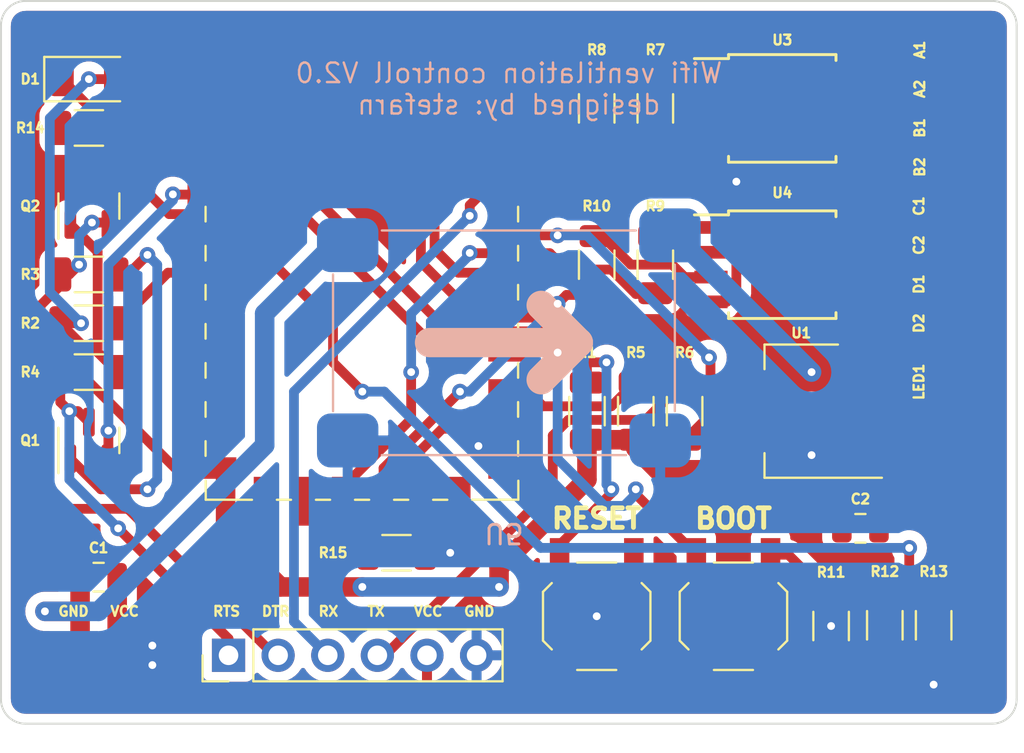
<source format=kicad_pcb>
(kicad_pcb (version 20211014) (generator pcbnew)
  (layers (0 "F.Cu" signal) (31 "B.Cu" signal) (34 "B.Paste" user) (35 "F.Paste" user) (36 "B.SilkS" user "B.Silkscreen") (37 "F.SilkS" user "F.Silkscreen") (38 "B.Mask" user) (39 "F.Mask" user) (44 "Edge.Cuts" user))
  (net 0 "")
  (net 1 "VCC")
  (net 2 "GND")
  (net 3 "/RTS")
  (net 4 "/DTR")
  (net 5 "/TXD")
  (net 6 "/RXD")
  (net 7 "Net-(Q1-Pad2)")
  (net 8 "Net-(C1-Pad2)")
  (net 9 "Net-(Q1-Pad1)")
  (net 10 "Net-(Q2-Pad3)")
  (net 11 "+3V3")
  (net 12 "Net-(R2-Pad2)")
  (net 13 "Net-(R5-Pad1)")
  (net 14 "Net-(R6-Pad1)")
  (net 15 "Net-(R7-Pad1)")
  (net 16 "Net-(R7-Pad2)")
  (net 17 "Net-(R8-Pad1)")
  (net 18 "Net-(R8-Pad2)")
  (net 19 "Net-(R9-Pad1)")
  (net 20 "Net-(R9-Pad2)")
  (net 21 "Net-(R10-Pad1)")
  (net 22 "Net-(R10-Pad2)")
  (net 23 "Net-(R12-Pad1)")
  (net 24 "Net-(TP3-Pad1)")
  (net 25 "Net-(TP4-Pad1)")
  (net 26 "Net-(TP5-Pad1)")
  (net 27 "Net-(TP6-Pad1)")
  (net 28 "Net-(TP7-Pad1)")
  (net 29 "Net-(TP8-Pad1)")
  (net 30 "Net-(TP9-Pad1)")
  (net 31 "Net-(TP10-Pad1)")
  (net 33 "Net-(R15-Pad1)")
  (net 38 "Net-(R12-Pad2)")
  (net 40 "Net-(R11-Pad1)")
  (net 43 "Net-(Q2-Pad1)")
  (net 44 "Net-(D1-Pad1)")
  (footprint "ESP8266:ESP-12E_SMD" (layer "F.Cu") (at 136.5 89.4125)
    (fp_text reference "U2")
    (fp_text value "ESP-12E" hide)
    (pad "1" smd rect (at 0 0) (size 2.5 1.1) (drill (offset -0.7 0)) (layers "F.Cu" "F.Paste" "F.Mask") (net 7 "Net-(Q1-Pad2)"))
    (pad "2" smd rect (at 0 2) (size 2.5 1.1) (drill (offset -0.7 0)) (layers "F.Cu" "F.Paste" "F.Mask") (net 38 "Net-(R12-Pad2)"))
    (pad "3" smd rect (at 0 4) (size 2.5 1.1) (drill (offset -0.7 0)) (layers "F.Cu" "F.Paste" "F.Mask") (net 12 "Net-(R2-Pad2)"))
    (pad "4" smd rect (at 0 6) (size 2.5 1.1) (drill (offset -0.7 0)) (layers "F.Cu" "F.Paste" "F.Mask"))
    (pad "5" smd rect (at 0 8) (size 2.5 1.1) (drill (offset -0.7 0)) (layers "F.Cu" "F.Paste" "F.Mask"))
    (pad "6" smd rect (at 0 10) (size 2.5 1.1) (drill (offset -0.7 0)) (layers "F.Cu" "F.Paste" "F.Mask"))
    (pad "7" smd rect (at 0 12) (size 2.5 1.1) (drill (offset -0.7 0)) (layers "F.Cu" "F.Paste" "F.Mask"))
    (pad "8" smd rect (at 0 14) (size 2.5 1.1) (drill (offset -0.7 0)) (layers "F.Cu" "F.Paste" "F.Mask") (net 11 "+3V3"))
    (pad "9" smd rect (at 14 14) (size 2.5 1.1) (drill (offset 0.7 0)) (layers "F.Cu" "F.Paste" "F.Mask") (net 2 "GND"))
    (pad "10" smd rect (at 14 12) (size 2.5 1.1) (drill (offset 0.7 0)) (layers "F.Cu" "F.Paste" "F.Mask") (net 33 "Net-(R15-Pad1)"))
    (pad "11" smd rect (at 14 10) (size 2.5 1.1) (drill (offset 0.7 0)) (layers "F.Cu" "F.Paste" "F.Mask") (net 13 "Net-(R5-Pad1)"))
    (pad "12" smd rect (at 14 8) (size 2.5 1.1) (drill (offset 0.7 0)) (layers "F.Cu" "F.Paste" "F.Mask") (net 10 "Net-(Q2-Pad3)"))
    (pad "13" smd rect (at 14 6) (size 2.5 1.1) (drill (offset 0.7 0)) (layers "F.Cu" "F.Paste" "F.Mask") (net 15 "Net-(R7-Pad1)"))
    (pad "14" smd rect (at 14 4) (size 2.5 1.1) (drill (offset 0.7 0)) (layers "F.Cu" "F.Paste" "F.Mask") (net 17 "Net-(R8-Pad1)"))
    (pad "15" smd rect (at 14 2) (size 2.5 1.1) (drill (offset 0.7 0)) (layers "F.Cu" "F.Paste" "F.Mask") (net 14 "Net-(R6-Pad1)"))
    (pad "16" smd rect (at 14 0) (size 2.5 1.1) (drill (offset 0.7 0)) (layers "F.Cu" "F.Paste" "F.Mask") (net 5 "/TXD"))
    (pad "17" smd rect (at 1.99 15 90) (size 2.5 1.1) (drill (offset -0.7 0)) (layers "F.Cu" "F.Paste" "F.Mask"))
    (pad "18" smd rect (at 3.99 15 90) (size 2.5 1.1) (drill (offset -0.7 0)) (layers "F.Cu" "F.Paste" "F.Mask"))
    (pad "19" smd rect (at 5.99 15 90) (size 2.5 1.1) (drill (offset -0.7 0)) (layers "F.Cu" "F.Paste" "F.Mask") (net 19 "Net-(R9-Pad1)"))
    (pad "20" smd rect (at 7.99 15 90) (size 2.5 1.1) (drill (offset -0.7 0)) (layers "F.Cu" "F.Paste" "F.Mask") (net 21 "Net-(R10-Pad1)"))
    (pad "21" smd rect (at 9.99 15 90) (size 2.5 1.1) (drill (offset -0.7 0)) (layers "F.Cu" "F.Paste" "F.Mask"))
    (pad "22" smd rect (at 11.99 15 90) (size 2.5 1.1) (drill (offset -0.7 0)) (layers "F.Cu" "F.Paste" "F.Mask"))
  )
  (footprint "Resistor_SMD:R_1206_3216Metric" (layer "F.Cu") (at 170.25 111.4625 90)
    (fp_text reference "R12" (at 2.75 0 180) (layer "F.SilkS") (effects (font (size 0.5 0.5) (thickness 0.125))))
    (fp_text value "10K")
    (pad "1" smd roundrect (at -1.4625 0 90) (size 1.125 1.75) (layers "F.Cu" "F.Paste" "F.Mask") (roundrect_rratio 0.222222) (net 23 "Net-(R12-Pad1)"))
    (pad "2" smd roundrect (at 1.4625 0 90) (size 1.125 1.75) (layers "F.Cu" "F.Paste" "F.Mask") (roundrect_rratio 0.222222) (net 38 "Net-(R12-Pad2)"))
  )
  (footprint "Capacitor_SMD:C_0805_2012Metric" (layer "F.Cu") (at 169 106.5 180)
    (fp_text reference "C2" (at 0 1.5) (layer "F.SilkS") (effects (font (size 0.5 0.5) (thickness 0.125))))
    (fp_text value "100nf")
    (pad "1" smd roundrect (at -0.95 0 180) (size 1 1.45) (layers "F.Cu" "F.Paste" "F.Mask") (net 11 "+3V3"))
    (pad "2" smd roundrect (at 0.95 0 180) (size 1 1.45) (layers "F.Cu" "F.Paste" "F.Mask") (net 2 "GND"))
  )
  (footprint "Package_TO_SOT_SMD:SOT-23" (layer "F.Cu") (at 129.5 102 90)
    (fp_text reference "Q1" (at 0 -3 180) (layer "F.SilkS") (effects (font (size 0.5 0.5) (thickness 0.125))))
    (fp_text value "MMBT3904")
    (pad "1" smd roundrect (at -0.9375 -0.95 90) (size 1.475 0.6) (layers "F.Cu" "F.Paste" "F.Mask") (net 9 "Net-(Q1-Pad1)"))
    (pad "2" smd roundrect (at -0.9375 0.95 90) (size 1.475 0.6) (layers "F.Cu" "F.Paste" "F.Mask") (net 7 "Net-(Q1-Pad2)"))
    (pad "3" smd roundrect (at 0.9375 0 90) (size 1.475 0.6) (layers "F.Cu" "F.Paste" "F.Mask") (net 3 "/RTS"))
  )
  (footprint "Connector_Wire:SolderWirePad_1x01_SMD_1x2mm" (layer "F.Cu") (at 174 96 -90)
    (fp_text reference "TP10")
    (fp_text value "D2" (at 0 2 90) (layer "F.SilkS") (effects (font (size 0.5 0.5) (thickness 0.125))))
    (pad "1" smd roundrect (at 0 0 270) (size 1 2) (layers "F.Cu" "F.Paste" "F.Mask") (net 31 "Net-(TP10-Pad1)"))
  )
  (footprint "Resistor_SMD:R_1206_3216Metric" (layer "F.Cu") (at 145.25 107.75)
    (fp_text reference "R15" (at -3.25 0) (layer "F.SilkS") (effects (font (size 0.5 0.5) (thickness 0.125))))
    (fp_text value "4k7")
    (pad "1" smd roundrect (at -1.4625 0) (size 1.125 1.75) (layers "F.Cu" "F.Paste" "F.Mask") (roundrect_rratio 0.222222) (net 33 "Net-(R15-Pad1)"))
    (pad "2" smd roundrect (at 1.4625 0) (size 1.125 1.75) (layers "F.Cu" "F.Paste" "F.Mask") (roundrect_rratio 0.222222) (net 2 "GND"))
  )
  (footprint "Resistor_SMD:R_1206_3216Metric" (layer "F.Cu") (at 157.5 100.5 -90)
    (fp_text reference "R5" (at -3 0) (layer "F.SilkS") (effects (font (size 0.5 0.5) (thickness 0.125))))
    (fp_text value "10K")
    (pad "1" smd roundrect (at -1.4625 0 270) (size 1.125 1.75) (layers "F.Cu" "F.Paste" "F.Mask") (roundrect_rratio 0.222222) (net 13 "Net-(R5-Pad1)"))
    (pad "2" smd roundrect (at 1.4625 0 270) (size 1.125 1.75) (layers "F.Cu" "F.Paste" "F.Mask") (roundrect_rratio 0.222222) (net 11 "+3V3"))
  )
  (footprint "Package_SO:SOIC-8W_5.3x5.3mm_P1.27mm" (layer "F.Cu") (at 165 93)
    (fp_text reference "U4" (at 0 -3.68) (layer "F.SilkS") (effects (font (size 0.5 0.5) (thickness 0.125))))
    (fp_text value "ILD207T_D207")
    (pad "1" smd rect (at -3.65 -1.905) (size 1.7 0.65) (layers "F.Cu" "F.Paste" "F.Mask") (net 20 "Net-(R9-Pad2)"))
    (pad "2" smd rect (at -3.65 -0.635) (size 1.7 0.65) (layers "F.Cu" "F.Paste" "F.Mask") (net 2 "GND"))
    (pad "3" smd rect (at -3.65 0.635) (size 1.7 0.65) (layers "F.Cu" "F.Paste" "F.Mask") (net 22 "Net-(R10-Pad2)"))
    (pad "4" smd rect (at -3.65 1.905) (size 1.7 0.65) (layers "F.Cu" "F.Paste" "F.Mask") (net 2 "GND"))
    (pad "5" smd rect (at 3.65 1.905) (size 1.7 0.65) (layers "F.Cu" "F.Paste" "F.Mask") (net 31 "Net-(TP10-Pad1)"))
    (pad "6" smd rect (at 3.65 0.635) (size 1.7 0.65) (layers "F.Cu" "F.Paste" "F.Mask") (net 30 "Net-(TP9-Pad1)"))
    (pad "7" smd rect (at 3.65 -0.635) (size 1.7 0.65) (layers "F.Cu" "F.Paste" "F.Mask") (net 29 "Net-(TP8-Pad1)"))
    (pad "8" smd rect (at 3.65 -1.905) (size 1.7 0.65) (layers "F.Cu" "F.Paste" "F.Mask") (net 28 "Net-(TP7-Pad1)"))
  )
  (footprint "Package_SO:SOIC-8W_5.3x5.3mm_P1.27mm" (layer "F.Cu") (at 165 85)
    (fp_text reference "U3" (at 0 -3.5) (layer "F.SilkS") (effects (font (size 0.5 0.5) (thickness 0.125))))
    (fp_text value "ILD207T_D207")
    (pad "1" smd rect (at -3.65 -1.905) (size 1.7 0.65) (layers "F.Cu" "F.Paste" "F.Mask") (net 16 "Net-(R7-Pad2)"))
    (pad "2" smd rect (at -3.65 -0.635) (size 1.7 0.65) (layers "F.Cu" "F.Paste" "F.Mask") (net 2 "GND"))
    (pad "3" smd rect (at -3.65 0.635) (size 1.7 0.65) (layers "F.Cu" "F.Paste" "F.Mask") (net 18 "Net-(R8-Pad2)"))
    (pad "4" smd rect (at -3.65 1.905) (size 1.7 0.65) (layers "F.Cu" "F.Paste" "F.Mask") (net 2 "GND"))
    (pad "5" smd rect (at 3.65 1.905) (size 1.7 0.65) (layers "F.Cu" "F.Paste" "F.Mask") (net 27 "Net-(TP6-Pad1)"))
    (pad "6" smd rect (at 3.65 0.635) (size 1.7 0.65) (layers "F.Cu" "F.Paste" "F.Mask") (net 26 "Net-(TP5-Pad1)"))
    (pad "7" smd rect (at 3.65 -0.635) (size 1.7 0.65) (layers "F.Cu" "F.Paste" "F.Mask") (net 25 "Net-(TP4-Pad1)"))
    (pad "8" smd rect (at 3.65 -1.905) (size 1.7 0.65) (layers "F.Cu" "F.Paste" "F.Mask") (net 24 "Net-(TP3-Pad1)"))
  )
  (footprint "Connector_Wire:SolderWirePad_1x01_SMD_1x2mm" (layer "F.Cu") (at 128.5 113)
    (fp_text reference "TP11")
    (fp_text value "VCC")
    (pad "1" smd roundrect (at 0 0) (size 1 2) (layers "F.Cu" "F.Paste" "F.Mask") (net 8 "Net-(C1-Pad2)"))
  )
  (footprint "Resistor_SMD:R_1206_3216Metric" (layer "F.Cu") (at 158.5 85 90)
    (fp_text reference "R7" (at 3 0 180) (layer "F.SilkS") (effects (font (size 0.5 0.5) (thickness 0.125))))
    (fp_text value "1K")
    (pad "1" smd roundrect (at -1.4625 0 90) (size 1.125 1.75) (layers "F.Cu" "F.Paste" "F.Mask") (roundrect_rratio 0.222222) (net 15 "Net-(R7-Pad1)"))
    (pad "2" smd roundrect (at 1.4625 0 90) (size 1.125 1.75) (layers "F.Cu" "F.Paste" "F.Mask") (roundrect_rratio 0.222222) (net 16 "Net-(R7-Pad2)"))
  )
  (footprint "Resistor_SMD:R_1206_3216Metric" (layer "F.Cu") (at 172.75 111.4625 -90)
    (fp_text reference "R13" (at -2.75 0 180) (layer "F.SilkS") (effects (font (size 0.5 0.5) (thickness 0.125))))
    (fp_text value "10K")
    (pad "1" smd roundrect (at -1.4625 0 270) (size 1.125 1.75) (layers "F.Cu" "F.Paste" "F.Mask") (roundrect_rratio 0.222222) (net 38 "Net-(R12-Pad2)"))
    (pad "2" smd roundrect (at 1.4625 0 270) (size 1.125 1.75) (layers "F.Cu" "F.Paste" "F.Mask") (roundrect_rratio 0.222222) (net 2 "GND"))
  )
  (footprint "Resistor_SMD:R_1206_3216Metric" (layer "F.Cu") (at 155.5 93 90)
    (fp_text reference "R10" (at 3 0 180) (layer "F.SilkS") (effects (font (size 0.5 0.5) (thickness 0.125))))
    (fp_text value "1K")
    (pad "1" smd roundrect (at -1.4625 0 90) (size 1.125 1.75) (layers "F.Cu" "F.Paste" "F.Mask") (roundrect_rratio 0.222222) (net 21 "Net-(R10-Pad1)"))
    (pad "2" smd roundrect (at 1.4625 0 90) (size 1.125 1.75) (layers "F.Cu" "F.Paste" "F.Mask") (roundrect_rratio 0.222222) (net 22 "Net-(R10-Pad2)"))
  )
  (footprint "Package_TO_SOT_SMD:SOT-223-3_TabPin2" (layer "F.Cu") (at 166 100.5 180)
    (fp_text reference "U1" (at 0.03 4 180) (layer "F.SilkS") (effects (font (size 0.5 0.5) (thickness 0.125))))
    (fp_text value "LM1117-3.3")
    (pad "1" smd rect (at -3.15 -2.3 180) (size 2 1.5) (layers "F.Cu" "F.Paste" "F.Mask") (net 2 "GND"))
    (pad "2" smd rect (at 3.15 0 180) (size 2 3.8) (layers "F.Cu" "F.Paste" "F.Mask") (net 11 "+3V3"))
    (pad "2" smd rect (at -3.15 0 180) (size 2 1.5) (layers "F.Cu" "F.Paste" "F.Mask") (net 11 "+3V3"))
    (pad "3" smd rect (at -3.15 2.3 180) (size 2 1.5) (layers "F.Cu" "F.Paste" "F.Mask") (net 1 "VCC"))
  )
  (footprint "Resistor_SMD:R_1206_3216Metric" (layer "F.Cu") (at 158.5 93 90)
    (fp_text reference "R9" (at 3 0 180) (layer "F.SilkS") (effects (font (size 0.5 0.5) (thickness 0.125))))
    (fp_text value "1K")
    (pad "1" smd roundrect (at -1.4625 0 90) (size 1.125 1.75) (layers "F.Cu" "F.Paste" "F.Mask") (roundrect_rratio 0.222222) (net 19 "Net-(R9-Pad1)"))
    (pad "2" smd roundrect (at 1.4625 0 90) (size 1.125 1.75) (layers "F.Cu" "F.Paste" "F.Mask") (roundrect_rratio 0.222222) (net 20 "Net-(R9-Pad2)"))
  )
  (footprint "Resistor_SMD:R_1206_3216Metric" (layer "F.Cu") (at 155.5 85 90)
    (fp_text reference "R8" (at 3 0 180) (layer "F.SilkS") (effects (font (size 0.5 0.5) (thickness 0.125))))
    (fp_text value "1K")
    (pad "1" smd roundrect (at -1.4625 0 90) (size 1.125 1.75) (layers "F.Cu" "F.Paste" "F.Mask") (roundrect_rratio 0.222222) (net 17 "Net-(R8-Pad1)"))
    (pad "2" smd roundrect (at 1.4625 0 90) (size 1.125 1.75) (layers "F.Cu" "F.Paste" "F.Mask") (roundrect_rratio 0.222222) (net 18 "Net-(R8-Pad2)"))
  )
  (footprint "Connector_Wire:SolderWirePad_1x01_SMD_1x2mm" (layer "F.Cu") (at 174 84 90)
    (fp_text reference "TP4")
    (fp_text value "A2" (at 0 -1.96 90) (layer "F.SilkS") (effects (font (size 0.5 0.5) (thickness 0.125))))
    (pad "1" smd roundrect (at 0 0 90) (size 1 2) (layers "F.Cu" "F.Paste" "F.Mask") (net 25 "Net-(TP4-Pad1)"))
  )
  (footprint "Connector_PinHeader_2.54mm:PinHeader_1x06_P2.54mm_Vertical" (layer "F.Cu") (at 136.65 113 90)
    (fp_text reference "J1")
    (fp_text value "programming")
    (pad "1" thru_hole rect (at 0 0 90) (size 1.7 1.7) (drill 1) (layers *.Cu *.Mask) (net 3 "/RTS"))
    (pad "2" thru_hole oval (at 0 2.54 90) (size 1.7 1.7) (drill 1) (layers *.Cu *.Mask) (net 4 "/DTR"))
    (pad "3" thru_hole oval (at 0 5.08 90) (size 1.7 1.7) (drill 1) (layers *.Cu *.Mask) (net 5 "/TXD"))
    (pad "4" thru_hole oval (at 0 7.62 90) (size 1.7 1.7) (drill 1) (layers *.Cu *.Mask) (net 6 "/RXD"))
    (pad "5" thru_hole oval (at 0 10.16 90) (size 1.7 1.7) (drill 1) (layers *.Cu *.Mask) (net 1 "VCC"))
    (pad "6" thru_hole oval (at 0 12.7 90) (size 1.7 1.7) (drill 1) (layers *.Cu *.Mask) (net 2 "GND"))
  )
  (footprint "Connector_Wire:SolderWirePad_1x01_SMD_1x2mm" (layer "F.Cu") (at 174 92 -90)
    (fp_text reference "TP8")
    (fp_text value "C2" (at 0 2 90) (layer "F.SilkS") (effects (font (size 0.5 0.5) (thickness 0.125))))
    (pad "1" smd roundrect (at 0 0 270) (size 1 2) (layers "F.Cu" "F.Paste" "F.Mask") (net 29 "Net-(TP8-Pad1)"))
  )
  (footprint "Capacitor_SMD:C_0805_2012Metric" (layer "F.Cu") (at 130 109 180)
    (fp_text reference "C1" (at 0 1.5) (layer "F.SilkS") (effects (font (size 0.5 0.5) (thickness 0.125))))
    (fp_text value "1uf")
    (pad "1" smd roundrect (at -0.95 0 180) (size 1 1.45) (layers "F.Cu" "F.Paste" "F.Mask") (net 2 "GND"))
    (pad "2" smd roundrect (at 0.95 0 180) (size 1 1.45) (layers "F.Cu" "F.Paste" "F.Mask") (net 8 "Net-(C1-Pad2)"))
  )
  (footprint "Resistor_SMD:R_1206_3216Metric" (layer "F.Cu") (at 167.5 111.5 -90)
    (fp_text reference "R11" (at -2.75 0 180) (layer "F.SilkS") (effects (font (size 0.5 0.5) (thickness 0.125))))
    (fp_text value "470")
    (pad "1" smd roundrect (at -1.4625 0 270) (size 1.125 1.75) (layers "F.Cu" "F.Paste" "F.Mask") (roundrect_rratio 0.222222) (net 40 "Net-(R11-Pad1)"))
    (pad "2" smd roundrect (at 1.4625 0 270) (size 1.125 1.75) (layers "F.Cu" "F.Paste" "F.Mask") (roundrect_rratio 0.222222) (net 2 "GND"))
  )
  (footprint "Package_TO_SOT_SMD:SOT-23" (layer "F.Cu") (at 129.5 90 90)
    (fp_text reference "Q2" (at 0 -3 180) (layer "F.SilkS") (effects (font (size 0.5 0.5) (thickness 0.125))))
    (fp_text value "MMBT3904")
    (pad "1" smd roundrect (at -0.9375 -0.95 90) (size 1.475 0.6) (layers "F.Cu" "F.Paste" "F.Mask") (net 43 "Net-(Q2-Pad1)"))
    (pad "2" smd roundrect (at -0.9375 0.95 90) (size 1.475 0.6) (layers "F.Cu" "F.Paste" "F.Mask") (net 4 "/DTR"))
    (pad "3" smd roundrect (at 0.9375 0 90) (size 1.475 0.6) (layers "F.Cu" "F.Paste" "F.Mask") (net 10 "Net-(Q2-Pad3)"))
  )
  (footprint "Connector_Wire:SolderWirePad_1x01_SMD_1x2mm" (layer "F.Cu") (at 174 88 90)
    (fp_text reference "TP6")
    (fp_text value "B2" (at 0 -1.96 90) (layer "F.SilkS") (effects (font (size 0.5 0.5) (thickness 0.125))))
    (pad "1" smd roundrect (at 0 0 90) (size 1 2) (layers "F.Cu" "F.Paste" "F.Mask") (net 27 "Net-(TP6-Pad1)"))
  )
  (footprint "Connector_Wire:SolderWirePad_1x01_SMD_1x2mm" (layer "F.Cu") (at 174 99 -90)
    (fp_text reference "TP1")
    (fp_text value "LED1" (at 0 2 90) (layer "F.SilkS") (effects (font (size 0.5 0.5) (thickness 0.125))))
    (pad "1" smd roundrect (at 0 0 270) (size 1 2) (layers "F.Cu" "F.Paste" "F.Mask") (net 23 "Net-(R12-Pad1)"))
  )
  (footprint "Resistor_SMD:R_1206_3216Metric" (layer "F.Cu") (at 129.5 86)
    (fp_text reference "R14" (at -3 0) (layer "F.SilkS") (effects (font (size 0.5 0.5) (thickness 0.125))))
    (fp_text value "1k")
    (pad "1" smd roundrect (at -1.4625 0) (size 1.125 1.75) (layers "F.Cu" "F.Paste" "F.Mask") (roundrect_rratio 0.222222) (net 10 "Net-(Q2-Pad3)"))
    (pad "2" smd roundrect (at 1.4625 0) (size 1.125 1.75) (layers "F.Cu" "F.Paste" "F.Mask") (roundrect_rratio 0.222222) (net 44 "Net-(D1-Pad1)"))
  )
  (footprint "LED_SMD:LED_1206_3216Metric" (layer "F.Cu") (at 129.5 83.5)
    (fp_text reference "D1" (at -3 0) (layer "F.SilkS") (effects (font (size 0.5 0.5) (thickness 0.125))))
    (fp_text value "RED")
    (pad "1" smd roundrect (at -1.4 0) (size 1.25 1.75) (layers "F.Cu" "F.Paste" "F.Mask") (roundrect_rratio 0.2) (net 44 "Net-(D1-Pad1)"))
    (pad "2" smd roundrect (at 1.4 0) (size 1.25 1.75) (layers "F.Cu" "F.Paste" "F.Mask") (roundrect_rratio 0.2) (net 11 "+3V3"))
  )
  (footprint "Resistor_SMD:R_1206_3216Metric" (layer "F.Cu") (at 160 100.5 90)
    (fp_text reference "R6" (at 3 0 180) (layer "F.SilkS") (effects (font (size 0.5 0.5) (thickness 0.125))))
    (fp_text value "1K")
    (pad "1" smd roundrect (at -1.4625 0 90) (size 1.125 1.75) (layers "F.Cu" "F.Paste" "F.Mask") (roundrect_rratio 0.222222) (net 14 "Net-(R6-Pad1)"))
    (pad "2" smd roundrect (at 1.4625 0 90) (size 1.125 1.75) (layers "F.Cu" "F.Paste" "F.Mask") (roundrect_rratio 0.222222) (net 6 "/RXD"))
  )
  (footprint "Connector_Wire:SolderWirePad_1x01_SMD_1x2mm" (layer "F.Cu") (at 174 82 90)
    (fp_text reference "TP3")
    (fp_text value "A1" (at 0 -1.96 90) (layer "F.SilkS") (effects (font (size 0.5 0.5) (thickness 0.125))))
    (pad "1" smd roundrect (at 0 0 90) (size 1 2) (layers "F.Cu" "F.Paste" "F.Mask") (net 24 "Net-(TP3-Pad1)"))
  )
  (footprint "Resistor_SMD:R_1206_3216Metric" (layer "F.Cu") (at 155 100.5 90)
    (fp_text reference "R1" (at 3 0 180) (layer "F.SilkS") (effects (font (size 0.5 0.5) (thickness 0.125))))
    (fp_text value "10K")
    (pad "1" smd roundrect (at -1.4625 0 90) (size 1.125 1.75) (layers "F.Cu" "F.Paste" "F.Mask") (roundrect_rratio 0.222222) (net 11 "+3V3"))
    (pad "2" smd roundrect (at 1.4625 0 90) (size 1.125 1.75) (layers "F.Cu" "F.Paste" "F.Mask") (roundrect_rratio 0.222222) (net 7 "Net-(Q1-Pad2)"))
  )
  (footprint "Resistor_SMD:R_1206_3216Metric" (layer "F.Cu") (at 129.5 96)
    (fp_text reference "R2" (at -3 0) (layer "F.SilkS") (effects (font (size 0.5 0.5) (thickness 0.125))))
    (fp_text value "10K")
    (pad "1" smd roundrect (at -1.4625 0) (size 1.125 1.75) (layers "F.Cu" "F.Paste" "F.Mask") (roundrect_rratio 0.222222) (net 11 "+3V3"))
    (pad "2" smd roundrect (at 1.4625 0) (size 1.125 1.75) (layers "F.Cu" "F.Paste" "F.Mask") (roundrect_rratio 0.222222) (net 12 "Net-(R2-Pad2)"))
  )
  (footprint "Resistor_SMD:R_1206_3216Metric" (layer "F.Cu") (at 129.5 93.5)
    (fp_text reference "R3" (at -3 0) (layer "F.SilkS") (effects (font (size 0.5 0.5) (thickness 0.125))))
    (fp_text value "10K")
    (pad "1" smd roundrect (at -1.4625 0) (size 1.125 1.75) (layers "F.Cu" "F.Paste" "F.Mask") (roundrect_rratio 0.222222) (net 4 "/DTR"))
    (pad "2" smd roundrect (at 1.4625 0) (size 1.125 1.75) (layers "F.Cu" "F.Paste" "F.Mask") (roundrect_rratio 0.222222) (net 9 "Net-(Q1-Pad1)"))
  )
  (footprint "Connector_Wire:SolderWirePad_1x01_SMD_1x2mm" (layer "F.Cu") (at 174 86 90)
    (fp_text reference "TP5")
    (fp_text value "B1" (at 0 -1.96 90) (layer "F.SilkS") (effects (font (size 0.5 0.5) (thickness 0.125))))
    (pad "1" smd roundrect (at 0 0 90) (size 1 2) (layers "F.Cu" "F.Paste" "F.Mask") (net 26 "Net-(TP5-Pad1)"))
  )
  (footprint "Connector_Wire:SolderWirePad_1x01_SMD_1x2mm" (layer "F.Cu") (at 131.25 113)
    (fp_text reference "TP12")
    (fp_text value "GND")
    (pad "1" smd roundrect (at 0 0) (size 1 2) (layers "F.Cu" "F.Paste" "F.Mask") (net 2 "GND"))
  )
  (footprint "Connector_Wire:SolderWirePad_1x01_SMD_1x2mm" (layer "F.Cu") (at 174 90 -90)
    (fp_text reference "TP7")
    (fp_text value "C1" (at 0 2 90) (layer "F.SilkS") (effects (font (size 0.5 0.5) (thickness 0.125))))
    (pad "1" smd roundrect (at 0 0 270) (size 1 2) (layers "F.Cu" "F.Paste" "F.Mask") (net 28 "Net-(TP7-Pad1)"))
  )
  (footprint "Connector_Wire:SolderWirePad_1x01_SMD_1x2mm" (layer "F.Cu") (at 174 94 -90)
    (fp_text reference "TP9")
    (fp_text value "D1" (at 0 2 90) (layer "F.SilkS") (effects (font (size 0.5 0.5) (thickness 0.125))))
    (pad "1" smd roundrect (at 0 0 270) (size 1 2) (layers "F.Cu" "F.Paste" "F.Mask") (net 30 "Net-(TP9-Pad1)"))
  )
  (footprint "Resistor_SMD:R_1206_3216Metric" (layer "F.Cu") (at 129.5 98.5)
    (fp_text reference "R4" (at -3 0) (layer "F.SilkS") (effects (font (size 0.5 0.5) (thickness 0.125))))
    (fp_text value "10K")
    (pad "1" smd roundrect (at -1.4625 0) (size 1.125 1.75) (layers "F.Cu" "F.Paste" "F.Mask") (roundrect_rratio 0.222222) (net 3 "/RTS"))
    (pad "2" smd roundrect (at 1.4625 0) (size 1.125 1.75) (layers "F.Cu" "F.Paste" "F.Mask") (roundrect_rratio 0.222222) (net 43 "Net-(Q2-Pad1)"))
  )
  (footprint "Button_Switch_SMD:SW_SPST_TL3342" (layer "F.Cu") (at 162.5 111 90)
    (fp_text reference "SW2")
    (fp_text value "BOOT")
    (pad "1" smd rect (at 3.15 -1.9 90) (size 1.7 1) (layers "F.Cu" "F.Paste" "F.Mask") (net 10 "Net-(Q2-Pad3)"))
    (pad "1" smd rect (at -3.15 -1.9 90) (size 1.7 1) (layers "F.Cu" "F.Paste" "F.Mask") (net 10 "Net-(Q2-Pad3)"))
    (pad "2" smd rect (at -3.15 1.9 90) (size 1.7 1) (layers "F.Cu" "F.Paste" "F.Mask") (net 40 "Net-(R11-Pad1)"))
    (pad "2" smd rect (at 3.15 1.9 90) (size 1.7 1) (layers "F.Cu" "F.Paste" "F.Mask") (net 40 "Net-(R11-Pad1)"))
  )
  (footprint "Button_Switch_SMD:SW_SPST_TL3342" (layer "F.Cu") (at 155.5 111 -90)
    (fp_text reference "SW1")
    (fp_text value "RST")
    (pad "1" smd rect (at -3.15 -1.9 270) (size 1.7 1) (layers "F.Cu" "F.Paste" "F.Mask") (net 2 "GND"))
    (pad "1" smd rect (at 3.15 -1.9 270) (size 1.7 1) (layers "F.Cu" "F.Paste" "F.Mask") (net 2 "GND"))
    (pad "2" smd rect (at 3.15 1.9 270) (size 1.7 1) (layers "F.Cu" "F.Paste" "F.Mask") (net 7 "Net-(Q1-Pad2)"))
    (pad "2" smd rect (at -3.15 1.9 270) (size 1.7 1) (layers "F.Cu" "F.Paste" "F.Mask") (net 7 "Net-(Q1-Pad2)"))
  )
  (footprint "Buck_Converter:XD-45 MH mini" (layer "B.Cu") (at 150.75 97)
    (fp_text reference "U5" (at 0 9.75 180 unlocked) (layer "B.SilkS") (effects (justify mirror)))
    (fp_text value "XD-45_MH_MINI")
    (fp_text user "←" (at 0 -0.75 unlocked) (layer "B.SilkS") (effects (font (size 10 10) (thickness 1.5)) (justify mirror)))
    (pad "1" smd roundrect (at -8 5) (size 3.143 2.762) (layers "B.Cu" "B.Paste" "B.Mask") (net 2 "GND"))
    (pad "2" smd roundrect (at -8 -5) (size 3.143 2.762) (layers "B.Cu" "B.Paste" "B.Mask") (net 8 "Net-(C1-Pad2)"))
    (pad "3" smd roundrect (at 8 5) (size 3.143 2.762) (layers "B.Cu" "B.Paste" "B.Mask") (net 2 "GND"))
    (pad "4" smd roundrect (at 8.5 -5.5) (size 3.143 2.762) (layers "B.Cu" "B.Paste" "B.Mask") (net 1 "VCC"))
  )
  (gr_arc (start 175.75 79.5) (mid 176.633883 79.866117) (end 177 80.75) (layer "Edge.Cuts") (width 0.1))
  (gr_line (start 125 115.25) (end 125 80.75) (layer "Edge.Cuts") (width 0.1))
  (gr_line (start 175.75 116.5) (end 126.25 116.5) (layer "Edge.Cuts") (width 0.1))
  (gr_arc (start 177 115.25) (mid 176.633883 116.133883) (end 175.75 116.5) (layer "Edge.Cuts") (width 0.1))
  (gr_line (start 126.25 79.5) (end 175.75 79.5) (layer "Edge.Cuts") (width 0.1))
  (gr_arc (start 125 80.75) (mid 125.366117 79.866117) (end 126.25 79.5) (layer "Edge.Cuts") (width 0.1))
  (gr_arc (start 126.25 116.5) (mid 125.366117 116.133883) (end 125 115.25) (layer "Edge.Cuts") (width 0.1))
  (gr_line (start 177 80.75) (end 177 115.25) (layer "Edge.Cuts") (width 0.1))
  (gr_text "Wifi ventilation controll V2.0\ndesigned by: stefarn" (at 151 84) (layer "B.SilkS") (effects (font (size 1 1) (thickness 0.125)) (justify mirror)))
  (gr_text "GND   VCC" (at 130 110.75) (layer "F.SilkS") (effects (font (size 0.5 0.5) (thickness 0.125))))
  (gr_text "BOOT" (at 162.5 106) (layer "F.SilkS") (effects (font (size 1 1) (thickness 0.25))))
  (gr_text "RTS   DTR    RX    TX    VCC   GND " (at 143.25 110.75) (layer "F.SilkS") (effects (font (size 0.5 0.5) (thickness 0.125))))
  (gr_text "RESET" (at 155.5 106) (layer "F.SilkS") (effects (font (size 1 1) (thickness 0.25))))
  (segment (start 166.5 98.5) (end 166.8 98.2) (width 1) (layer "F.Cu") (net 1))
  (segment (start 166.8 98.2) (end 169.15 98.2) (width 1) (layer "F.Cu") (net 1))
  (via (at 166.5 98.5) (size 0.8) (drill 0.4) (layers "F.Cu" "B.Cu") (net 1))
  (segment (start 159.5 91.5) (end 166.5 98.5) (width 1) (layer "B.Cu") (net 1))
  (segment (start 162.649511 84.860489) (end 162.649511 86.350489) (width 0.5) (layer "F.Cu") (net 2))
  (segment (start 161.35 86.905) (end 161.905 86.905) (width 0.5) (layer "F.Cu") (net 2))
  (segment (start 132 112.5) (end 131.5 113) (width 1) (layer "F.Cu") (net 2))
  (segment (start 162.154022 92.365) (end 162.649511 92.860489) (width 0.5) (layer "F.Cu") (net 2))
  (segment (start 162.154022 84.365) (end 162.649511 84.860489) (width 0.5) (layer "F.Cu") (net 2))
  (segment (start 162.095 86.905) (end 161.35 86.905) (width 0.5) (layer "F.Cu") (net 2))
  (segment (start 162.649511 87.149511) (end 162.649511 91.850489) (width 0.5) (layer "F.Cu") (net 2))
  (segment (start 168.05 103.9) (end 169.15 102.8) (width 1) (layer "F.Cu") (net 2))
  (segment (start 162.135 92.365) (end 162.154022 92.365) (width 0.5) (layer "F.Cu") (net 2))
  (segment (start 130.95 109) (end 130.95 112.7) (width 1) (layer "F.Cu") (net 2))
  (segment (start 132.75 112.5) (end 132 112.5) (width 1) (layer "F.Cu") (net 2))
  (segment (start 130.95 112.7) (end 131.25 113) (width 1) (layer "F.Cu") (net 2))
  (segment (start 155.5 111) (end 157.3 111) (width 0.5) (layer "F.Cu") (net 2))
  (segment (start 162.649511 91.850489) (end 162.135 92.365) (width 0.5) (layer "F.Cu") (net 2))
  (segment (start 157.4 114.15) (end 157.4 107.85) (width 0.5) (layer "F.Cu") (net 2))
  (segment (start 150.5 103.340462) (end 150.5 103.4125) (width 0.5) (layer "F.Cu") (net 2))
  (segment (start 161.35 84.365) (end 162.154022 84.365) (width 0.5) (layer "F.Cu") (net 2))
  (segment (start 161.905 86.905) (end 162.649511 87.649511) (width 0.5) (layer "F.Cu") (net 2))
  (segment (start 168.05 106.5) (end 168.05 103.9) (width 1) (layer "F.Cu") (net 2))
  (segment (start 162.649511 86.350489) (end 162.095 86.905) (width 0.5) (layer "F.Cu") (net 2))
  (segment (start 167.5 111.5) (end 167.5 112.9625) (width 0.5) (layer "F.Cu") (net 2))
  (segment (start 162.154022 94.905) (end 161.35 94.905) (width 0.5) (layer "F.Cu") (net 2))
  (segment (start 146.7125 107.75) (end 148 107.75) (width 0.5) (layer "F.Cu") (net 2))
  (segment (start 162.649511 92.860489) (end 162.649511 94.409511) (width 0.5) (layer "F.Cu") (net 2))
  (segment (start 132.75 112.5) (end 132.75 113.5) (width 1) (layer "F.Cu") (net 2))
  (segment (start 162.649511 94.409511) (end 162.154022 94.905) (width 0.5) (layer "F.Cu") (net 2))
  (segment (start 166.5 102.75) (end 169.1 102.75) (width 1) (layer "F.Cu") (net 2))
  (segment (start 132.75 113.5) (end 132 113.5) (width 1) (layer "F.Cu") (net 2))
  (segment (start 132 113.5) (end 131.5 113) (width 1) (layer "F.Cu") (net 2))
  (segment (start 172.75 114.5) (end 172.75 112.925) (width 0.5) (layer "F.Cu") (net 2))
  (segment (start 149.444803 102.285265) (end 150.5 103.340462) (width 0.5) (layer "F.Cu") (net 2))
  (via (at 166.5 102.75) (size 0.8) (drill 0.4) (layers "F.Cu" "B.Cu") (net 2))
  (via (at 167.5 111.5) (size 0.8) (drill 0.4) (layers "F.Cu" "B.Cu") (net 2))
  (via (at 149.444803 102.285265) (size 0.8) (drill 0.4) (layers "F.Cu" "B.Cu") (net 2))
  (via (at 132.75 113.5) (size 0.8) (drill 0.4) (layers "F.Cu" "B.Cu") (net 2))
  (via (at 132.75 112.5) (size 0.8) (drill 0.4) (layers "F.Cu" "B.Cu") (net 2))
  (via (at 148 107.75) (size 0.8) (drill 0.4) (layers "F.Cu" "B.Cu") (net 2))
  (via (at 155.5 111) (size 0.8) (drill 0.4) (layers "F.Cu" "B.Cu") (net 2))
  (via (at 162.649511 88.75) (size 0.8) (drill 0.4) (layers "F.Cu" "B.Cu") (net 2))
  (via (at 172.75 114.5) (size 0.8) (drill 0.4) (layers "F.Cu" "B.Cu") (net 2))
  (segment (start 128.0375 100.0375) (end 128.0375 98.5) (width 0.5) (layer "F.Cu") (net 3))
  (segment (start 136.65 112.15) (end 136.65 113) (width 0.5) (layer "F.Cu") (net 3))
  (segment (start 128.9375 100.5) (end 129.5 101.0625) (width 0.5) (layer "F.Cu") (net 3))
  (segment (start 131 106.5) (end 136.65 112.15) (width 0.5) (layer "F.Cu") (net 3))
  (segment (start 128.5 100.5) (end 128.9375 100.5) (width 0.5) (layer "F.Cu") (net 3))
  (segment (start 128.5 100.5) (end 128.0375 100.0375) (width 0.5) (layer "F.Cu") (net 3))
  (via (at 131 106.5) (size 0.8) (drill 0.4) (layers "F.Cu" "B.Cu") (net 3))
  (via (at 128.5 100.5) (size 0.8) (drill 0.4) (layers "F.Cu" "B.Cu") (net 3))
  (segment (start 131 106.5) (end 128.5 104) (width 0.5) (layer "B.Cu") (net 3))
  (segment (start 128.5 104) (end 128.5 100.5) (width 0.5) (layer "B.Cu") (net 3))
  (segment (start 129.656938 90.843062) (end 130.355562 90.843062) (width 0.5) (layer "F.Cu") (net 4))
  (segment (start 131.5 105.5) (end 139 113) (width 0.5) (layer "F.Cu") (net 4))
  (segment (start 139 113) (end 139.19 113) (width 0.5) (layer "F.Cu") (net 4))
  (segment (start 127.02548 104.02548) (end 128.5 105.5) (width 0.5) (layer "F.Cu") (net 4))
  (segment (start 128.5 105.5) (end 131.5 105.5) (width 0.5) (layer "F.Cu") (net 4))
  (segment (start 128.0375 93.5) (end 128.5 93.5) (width 0.5) (layer "F.Cu") (net 4))
  (segment (start 128.0375 94.07323) (end 127.02548 95.08525) (width 0.5) (layer "F.Cu") (net 4))
  (segment (start 127.02548 95.08525) (end 127.02548 104.02548) (width 0.5) (layer "F.Cu") (net 4))
  (segment (start 130.355562 90.843062) (end 130.45 90.9375) (width 0.5) (layer "F.Cu") (net 4))
  (segment (start 128.5 93.5) (end 129 93) (width 0.5) (layer "F.Cu") (net 4))
  (via (at 129.656938 90.843062) (size 0.8) (drill 0.4) (layers "F.Cu" "B.Cu") (net 4))
  (via (at 129 93) (size 0.8) (drill 0.4) (layers "F.Cu" "B.Cu") (net 4))
  (segment (start 129 91.5) (end 129.656938 90.843062) (width 0.5) (layer "B.Cu") (net 4))
  (segment (start 129 93) (end 129 91.5) (width 0.5) (layer "B.Cu") (net 4))
  (segment (start 149 90.5) (end 149 89.95625) (width 0.5) (layer "F.Cu") (net 5))
  (segment (start 149 89.95625) (end 149.54375 89.4125) (width 0.5) (layer "F.Cu") (net 5))
  (segment (start 149.54375 89.4125) (end 150.5 89.4125) (width 0.5) (layer "F.Cu") (net 5))
  (via (at 149 90.5) (size 0.8) (drill 0.4) (layers "F.Cu" "B.Cu") (net 5))
  (segment (start 149 90.5) (end 140 99.5) (width 0.5) (layer "B.Cu") (net 5))
  (segment (start 140 111.27) (end 141.73 113) (width 0.5) (layer "B.Cu") (net 5))
  (segment (start 140 99.5) (end 140 111.27) (width 0.5) (layer "B.Cu") (net 5))
  (segment (start 154.05048 100.94952) (end 158.00048 100.94952) (width 0.5) (layer "F.Cu") (net 6))
  (segment (start 153.25 104.407176) (end 153.25 101.75) (width 0.5) (layer "F.Cu") (net 6))
  (segment (start 153.25 101.75) (end 154.05048 100.94952) (width 0.5) (layer "F.Cu") (net 6))
  (segment (start 144.379635 113) (end 144.657176 113) (width 0.5) (layer "F.Cu") (net 6))
  (segment (start 158.00048 100.94952) (end 160 98.95) (width 0.5) (layer "F.Cu") (net 6))
  (segment (start 144.657176 113) (end 153.25 104.407176) (width 0.5) (layer "F.Cu") (net 6))
  (segment (start 156.25 104.5) (end 156.25 104.70098) (width 0.5) (layer "F.Cu") (net 7))
  (segment (start 147.912989 96.412989) (end 140.9125 89.4125) (width 0.5) (layer "F.Cu") (net 7))
  (segment (start 155 99.0375) (end 155 98) (width 0.5) (layer "F.Cu") (net 7))
  (segment (start 133.8125 89.4125) (end 133.8 89.4) (width 0.5) (layer "F.Cu") (net 7))
  (segment (start 140.9125 89.4125) (end 136.5 89.4125) (width 0.5) (layer "F.Cu") (net 7))
  (segment (start 156.25 104.70098) (end 153.6 107.35098) (width 0.5) (layer "F.Cu") (net 7))
  (segment (start 153.6 107.35098) (end 153.6 107.85) (width 0.5) (layer "F.Cu") (net 7))
  (segment (start 130.5 101.5) (end 130.5 102.8875) (width 0.5) (layer "F.Cu") (net 7))
  (segment (start 155 97.5) (end 153.912989 96.412989) (width 0.5) (layer "F.Cu") (net 7))
  (segment (start 156 98) (end 155 98) (width 0.5) (layer "F.Cu") (net 7))
  (segment (start 153.6 107.85) (end 153.6 114.15) (width 0.5) (layer "F.Cu") (net 7))
  (segment (start 130.5 102.8875) (end 130.45 102.9375) (width 0.5) (layer "F.Cu") (net 7))
  (segment (start 153.912989 96.412989) (end 147.912989 96.412989) (width 0.5) (layer "F.Cu") (net 7))
  (segment (start 136.5 89.4125) (end 133.8125 89.4125) (width 0.5) (layer "F.Cu") (net 7))
  (segment (start 155 98) (end 155 97.5) (width 0.5) (layer "F.Cu") (net 7))
  (via (at 156.25 104.5) (size 0.8) (drill 0.4) (layers "F.Cu" "B.Cu") (net 7))
  (via (at 133.8 89.4) (size 0.8) (drill 0.4) (layers "F.Cu" "B.Cu") (net 7))
  (via (at 156 98) (size 0.8) (drill 0.4) (layers "F.Cu" "B.Cu") (net 7))
  (via (at 130.5 101.5) (size 0.8) (drill 0.4) (layers "F.Cu" "B.Cu") (net 7))
  (segment (start 130.5 94.6495) (end 130.5 101.4) (width 0.5) (layer "B.Cu") (net 7))
  (segment (start 130.5 93) (end 130.5 95) (width 0.5) (layer "B.Cu") (net 7))
  (segment (start 133.8 89.4) (end 133.8 89.7) (width 0.5) (layer "B.Cu") (net 7))
  (segment (start 130.5 101.4) (end 130.5 101.5) (width 0.5) (layer "B.Cu") (net 7))
  (segment (start 133.8 89.7) (end 130.5 93) (width 0.5) (layer "B.Cu") (net 7))
  (segment (start 156 98) (end 156 104.25) (width 0.5) (layer "B.Cu") (net 7))
  (segment (start 156 104.25) (end 156.25 104.5) (width 0.5) (layer "B.Cu") (net 7))
  (segment (start 129.05 112.45) (end 128.5 113) (width 1) (layer "F.Cu") (net 8))
  (segment (start 129.05 109) (end 129.05 110.95) (width 1) (layer "F.Cu") (net 8))
  (segment (start 128.85 110.75) (end 129.05 110.95) (width 1) (layer "F.Cu") (net 8))
  (segment (start 129.05 110.95) (end 129.05 112.45) (width 1) (layer "F.Cu") (net 8))
  (segment (start 127.25 110.75) (end 128.85 110.75) (width 1) (layer "F.Cu") (net 8))
  (via (at 127.25 110.75) (size 0.8) (drill 0.4) (layers "F.Cu" "B.Cu") (net 8))
  (segment (start 138.5 95.5) (end 138.5 102.25) (width 1) (layer "B.Cu") (net 8))
  (segment (start 142.5 91.5) (end 138.5 95.5) (width 1) (layer "B.Cu") (net 8))
  (segment (start 138.5 102.25) (end 130 110.75) (width 1) (layer "B.Cu") (net 8))
  (segment (start 130 110.75) (end 127.25 110.75) (width 1) (layer "B.Cu") (net 8))
  (segment (start 130.9625 93.5) (end 131.5 93.5) (width 0.5) (layer "F.Cu") (net 9))
  (segment (start 132.5 104.5) (end 130.1125 104.5) (width 0.5) (layer "F.Cu") (net 9))
  (segment (start 130.1125 104.5) (end 128.55 102.9375) (width 0.5) (layer "F.Cu") (net 9))
  (segment (start 131.5 93.5) (end 132.5 92.5) (width 0.5) (layer "F.Cu") (net 9))
  (via (at 132.5 104.5) (size 0.8) (drill 0.4) (layers "F.Cu" "B.Cu") (net 9))
  (via (at 132.5 92.5) (size 0.8) (drill 0.4) (layers "F.Cu" "B.Cu") (net 9))
  (segment (start 133 93) (end 133 104) (width 0.5) (layer "B.Cu") (net 9))
  (segment (start 132.5 92.5) (end 133 93) (width 0.5) (layer "B.Cu") (net 9))
  (segment (start 133 104) (end 132.5 104.5) (width 0.5) (layer "B.Cu") (net 9))
  (segment (start 157.5 104.75) (end 160.6 107.85) (width 0.5) (layer "F.Cu") (net 10))
  (segment (start 157.5 104.5) (end 157.5 104.75) (width 0.5) (layer "F.Cu") (net 10))
  (segment (start 150.5 97.4125) (end 147.4125 97.4125) (width 0.5) (layer "F.Cu") (net 10))
  (segment (start 129.5 89.0625) (end 129.5 87.4625) (width 0.5) (layer "F.Cu") (net 10))
  (segment (start 160.6 114.15) (end 160.6 107.85) (width 0.5) (layer "F.Cu") (net 10))
  (segment (start 133.61062 90.412011) (end 132.261109 89.0625) (width 0.5) (layer "F.Cu") (net 10))
  (segment (start 140.412011 90.412011) (end 133.61062 90.412011) (width 0.5) (layer "F.Cu") (net 10))
  (segment (start 132.261109 89.0625) (end 129.5 89.0625) (width 0.5) (layer "F.Cu") (net 10))
  (segment (start 153.5 97.5) (end 153.4125 97.4125) (width 0.5) (layer "F.Cu") (net 10))
  (segment (start 153.4125 97.4125) (end 150.5 97.4125) (width 0.5) (layer "F.Cu") (net 10))
  (segment (start 129.5 87.4625) (end 128.0375 86) (width 0.5) (layer "F.Cu") (net 10))
  (segment (start 147.4125 97.4125) (end 140.412011 90.412011) (width 0.5) (layer "F.Cu") (net 10))
  (via (at 153.5 97.5) (size 0.8) (drill 0.4) (layers "F.Cu" "B.Cu") (net 10))
  (via (at 157.5 104.5) (size 0.8) (drill 0.4) (layers "F.Cu" "B.Cu") (net 10))
  (segment (start 156.900489 105.349511) (end 155.89812 105.349511) (width 0.5) (layer "B.Cu") (net 10))
  (segment (start 157.5 104.5) (end 157.5 104.75) (width 0.5) (layer "B.Cu") (net 10))
  (segment (start 155.89812 105.349511) (end 153.5 102.951391) (width 0.5) (layer "B.Cu") (net 10))
  (segment (start 157.5 104.75) (end 156.900489 105.349511) (width 0.5) (layer "B.Cu") (net 10))
  (segment (start 153.5 102.951391) (end 153.5 97.5) (width 0.5) (layer "B.Cu") (net 10))
  (segment (start 150.5 109.5) (end 150.5 108.5) (width 1) (layer "F.Cu") (net 11))
  (segment (start 169.95 106.5) (end 170.849511 105.600489) (width 1) (layer "F.Cu") (net 11))
  (segment (start 155 104) (end 155 101.9625) (width 1) (layer "F.Cu") (net 11))
  (segment (start 157.5 101.9625) (end 157.5 102.396036) (width 1) (layer "F.Cu") (net 11))
  (segment (start 162 103.5) (end 162.85 102.65) (width 1) (layer "F.Cu") (net 11))
  (segment (start 162.85 102.65) (end 162.85 100.5) (width 1) (layer "F.Cu") (net 11))
  (segment (start 157.4125 101.9625) (end 155 101.9625) (width 1) (layer "F.Cu") (net 11))
  (segment (start 170.849511 105.600489) (end 170.849511 101.349511) (width 1) (layer "F.Cu") (net 11))
  (segment (start 136.5 106.696377) (end 139.303623 109.5) (width 1) (layer "F.Cu") (net 11))
  (segment (start 157.5 102.05) (end 157.4125 101.9625) (width 1) (layer "F.Cu") (net 11))
  (segment (start 129.04952 98.54952) (end 134 103.5) (width 0.5) (layer "F.Cu") (net 11))
  (segment (start 128.0375 96) (end 129.04952 97.01202) (width 0.5) (layer "F.Cu") (net 11))
  (segment (start 162.85 100.5) (end 169.15 100.5) (width 1) (layer "F.Cu") (net 11))
  (segment (start 170.849511 101.349511) (end 170 100.5) (width 1) (layer "F.Cu") (net 11))
  (segment (start 129.04952 97.01202) (end 129.04952 98.54952) (width 0.5) (layer "F.Cu") (net 11))
  (segment (start 130.9 83.5) (end 129.5 83.5) (width 0.5) (layer "F.Cu") (net 11))
  (segment (start 150.5 108.5) (end 155 104) (width 1) (layer "F.Cu") (net 11))
  (segment (start 136.5 103.4125) (end 136.5 106.696377) (width 1) (layer "F.Cu") (net 11))
  (segment (start 157.5 102.396036) (end 158.603964 103.5) (width 1) (layer "F.Cu") (net 11))
  (segment (start 170 100.5) (end 169.15 100.5) (width 1) (layer "F.Cu") (net 11))
  (segment (start 139.303623 109.5) (end 143.5 109.5) (width 1) (layer "F.Cu") (net 11))
  (segment (start 129.10098 96) (end 128.0375 96) (width 0.5) (layer "F.Cu") (net 11))
  (segment (start 158.603964 103.5) (end 162 103.5) (width 1) (layer "F.Cu") (net 11))
  (segment (start 134 103.5) (end 136.4125 103.5) (width 0.5) (layer "F.Cu") (net 11))
  (via (at 150.5 109.5) (size 0.8) (drill 0.4) (layers "F.Cu" "B.Cu") (net 11))
  (via (at 143.5 109.5) (size 0.8) (drill 0.4) (layers "F.Cu" "B.Cu") (net 11))
  (via (at 129.10098 96) (size 0.8) (drill 0.4) (layers "F.Cu" "B.Cu") (net 11))
  (via (at 129.5 83.5) (size 0.8) (drill 0.4) (layers "F.Cu" "B.Cu") (net 11))
  (segment (start 150.5 109.5) (end 143.5 109.5) (width 1) (layer "B.Cu") (net 11))
  (segment (start 127.5 85.5) (end 129.5 83.5) (width 0.5) (layer "B.Cu") (net 11))
  (segment (start 129.10098 96) (end 127.5 94.39902) (width 0.5) (layer "B.Cu") (net 11))
  (segment (start 127.5 94.39902) (end 127.5 85.5) (width 0.5) (layer "B.Cu") (net 11))
  (segment (start 136.5 93.4125) (end 133.55 93.4125) (width 0.5) (layer "F.Cu") (net 12))
  (segment (start 133.55 93.4125) (end 130.9625 96) (width 0.5) (layer "F.Cu") (net 12))
  (segment (start 156.25 100.25) (end 152.75 100.25) (width 0.5) (layer "F.Cu") (net 13))
  (segment (start 157.5 99) (end 156.25 100.25) (width 0.5) (layer "F.Cu") (net 13))
  (segment (start 152.75 100.25) (end 151.9125 99.4125) (width 0.5) (layer "F.Cu") (net 13))
  (segment (start 150.5875 91.5) (end 150.5 91.4125) (width 0.5) (layer "F.Cu") (net 14))
  (segment (start 161.32452 97.82452) (end 161.32452 100.67548) (width 0.5) (layer "F.Cu") (net 14))
  (segment (start 161.32452 100.67548) (end 160 102) (width 0.5) (layer "F.Cu") (net 14))
  (segment (start 153.5 91.5) (end 150.5875 91.5) (width 0.5) (layer "F.Cu") (net 14))
  (segment (start 161.25 97.75) (end 161.32452 97.82452) (width 0.5) (layer "F.Cu") (net 14))
  (via (at 161.25 97.75) (size 0.8) (drill 0.4) (layers "F.Cu" "B.Cu") (net 14))
  (via (at 153.5 91.5) (size 0.8) (drill 0.4) (layers "F.Cu" "B.Cu") (net 14))
  (segment (start 161.25 97.75) (end 155 91.5) (width 0.5) (layer "B.Cu") (net 14))
  (segment (start 155 91.5) (end 153.5 91.5) (width 0.5) (layer "B.Cu") (net 14))
  (segment (start 156.45048 85.45048) (end 157.4625 86.4625) (width 0.5) (layer "F.Cu") (net 15))
  (segment (start 157.4625 86.4625) (end 158.4125 86.4625) (width 0.5) (layer "F.Cu") (net 15))
  (segment (start 146.5 92.875) (end 146.5 89.5) (width 0.5) (layer "F.Cu") (net 15))
  (segment (start 155.95048 84.95048) (end 156.5 85.5) (width 0.5) (layer "F.Cu") (net 15))
  (segment (start 149.0375 95.4125) (end 146.5 92.875) (width 0.5) (layer "F.Cu") (net 15))
  (segment (start 146.5 89.5) (end 151.04952 84.95048) (width 0.5) (layer "F.Cu") (net 15))
  (segment (start 151.04952 84.95048) (end 155.95048 84.95048) (width 0.5) (layer "F.Cu") (net 15))
  (segment (start 150.5 95.4125) (end 149.0375 95.4125) (width 0.5) (layer "F.Cu") (net 15))
  (segment (start 161.35 83.095) (end 159.905 83.095) (width 0.5) (layer "F.Cu") (net 16))
  (segment (start 159.905 83.095) (end 159.4625 83.5375) (width 0.5) (layer "F.Cu") (net 16))
  (segment (start 159.4625 83.5375) (end 158.5 83.5375) (width 0.5) (layer "F.Cu") (net 16))
  (segment (start 155.4625 86.5) (end 150.48927 86.5) (width 0.5) (layer "F.Cu") (net 17))
  (segment (start 147.19952 92.19952) (end 148.4125 93.4125) (width 0.5) (layer "F.Cu") (net 17))
  (segment (start 148.4125 93.4125) (end 150.5 93.4125) (width 0.5) (layer "F.Cu") (net 17))
  (segment (start 147.19952 89.78975) (end 147.19952 92.19952) (width 0.5) (layer "F.Cu") (net 17))
  (segment (start 150.48927 86.5) (end 147.19952 89.78975) (width 0.5) (layer "F.Cu") (net 17))
  (segment (start 160 85.635) (end 159.365 85) (width 0.5) (layer "F.Cu") (net 18))
  (segment (start 159.365 85) (end 157.25 85) (width 0.5) (layer "F.Cu") (net 18))
  (segment (start 157.25 85) (end 155.7 83.45) (width 0.5) (layer "F.Cu") (net 18))
  (segment (start 161.35 85.635) (end 160 85.635) (width 0.5) (layer "F.Cu") (net 18))
  (segment (start 156.25 93.25) (end 157.5 94.5) (width 0.5) (layer "F.Cu") (net 19))
  (segment (start 149.013677 92.412989) (end 153.100489 92.412989) (width 0.5) (layer "F.Cu") (net 19))
  (segment (start 146 100.9025) (end 142.49 104.4125) (width 0.5) (layer "F.Cu") (net 19))
  (segment (start 153.9375 93.25) (end 156.25 93.25) (width 0.5) (layer "F.Cu") (net 19))
  (segment (start 153.100489 92.412989) (end 153.9375 93.25) (width 0.5) (layer "F.Cu") (net 19))
  (segment (start 149 92.399312) (end 149.013677 92.412989) (width 0.5) (layer "F.Cu") (net 19))
  (segment (start 146 98.5) (end 146 100.9025) (width 0.5) (layer "F.Cu") (net 19))
  (segment (start 157.5 94.5) (end 158.5 94.5) (width 0.5) (layer "F.Cu") (net 19))
  (via (at 149 92.399312) (size 0.8) (drill 0.4) (layers "F.Cu" "B.Cu") (net 19))
  (via (at 146 98.5) (size 0.8) (drill 0.4) (layers "F.Cu" "B.Cu") (net 19))
  (segment (start 146 98.5) (end 146 95.5) (width 0.5) (layer "B.Cu") (net 19))
  (segment (start 146 95.5) (end 149 92.5) (width 0.5) (layer "B.Cu") (net 19))
  (segment (start 149 92.5) (end 149 92.399312) (width 0.5) (layer "B.Cu") (net 19))
  (segment (start 161.35 91.095) (end 159.905 91.095) (width 0.5) (layer "F.Cu") (net 20))
  (segment (start 159.5 91.5) (end 158.55 91.5) (width 0.5) (layer "F.Cu") (net 20))
  (segment (start 159.905 91.095) (end 159.5 91.5) (width 0.5) (layer "F.Cu") (net 20))
  (segment (start 148.5 99.5) (end 144.5875 103.4125) (width 0.5) (layer "F.Cu") (net 21))
  (segment (start 144.5875 103.4125) (end 144.5875 104.4125) (width 0.5) (layer "F.Cu") (net 21))
  (segment (start 153.95 94.55) (end 155.5 94.55) (width 0.5) (layer "F.Cu") (net 21))
  (segment (start 153.5 95) (end 153.95 94.55) (width 0.5) (layer "F.Cu") (net 21))
  (via (at 148.5 99.5) (size 0.8) (drill 0.4) (layers "F.Cu" "B.Cu") (net 21))
  (via (at 153.5 95) (size 0.8) (drill 0.4) (layers "F.Cu" "B.Cu") (net 21))
  (segment (start 149 99.5) (end 148.5 99.5) (width 0.5) (layer "B.Cu") (net 21))
  (segment (start 153.5 95) (end 149 99.5) (width 0.5) (layer "B.Cu") (net 21))
  (segment (start 161.35 93.635) (end 160 93.635) (width 0.5) (layer "F.Cu") (net 22))
  (segment (start 157.25 93) (end 155.7 91.45) (width 0.5) (layer "F.Cu") (net 22))
  (segment (start 159.365 93) (end 157.25 93) (width 0.5) (layer "F.Cu") (net 22))
  (segment (start 160 93.635) (end 159.365 93) (width 0.5) (layer "F.Cu") (net 22))
  (segment (start 175 100) (end 175 109.67677) (width 0.5) (layer "F.Cu") (net 23))
  (segment (start 171.675 111.5) (end 170.25 112.925) (width 0.5) (layer "F.Cu") (net 23))
  (segment (start 173.17677 111.5) (end 171.675 111.5) (width 0.5) (layer "F.Cu") (net 23))
  (segment (start 174 99) (end 175 100) (width 0.5) (layer "F.Cu") (net 23))
  (segment (start 175 109.67677) (end 173.17677 111.5) (width 0.5) (layer "F.Cu") (net 23))
  (segment (start 171 82) (end 169.905 83.095) (width 0.5) (layer "F.Cu") (net 24))
  (segment (start 174 82) (end 171 82) (width 0.5) (layer "F.Cu") (net 24))
  (segment (start 169.905 83.095) (end 168.65 83.095) (width 0.5) (layer "F.Cu") (net 24))
  (segment (start 170.5 84) (end 174 84) (width 0.5) (layer "F.Cu") (net 25))
  (segment (start 170.135 84.365) (end 170.5 84) (width 0.5) (layer "F.Cu") (net 25))
  (segment (start 168.65 84.365) (end 170.135 84.365) (width 0.5) (layer "F.Cu") (net 25))
  (segment (start 170.135 85.635) (end 170.5 86) (width 0.5) (layer "F.Cu") (net 26))
  (segment (start 170.5 86) (end 174 86) (width 0.5) (layer "F.Cu") (net 26))
  (segment (start 168.65 85.635) (end 170.135 85.635) (width 0.5) (layer "F.Cu") (net 26))
  (segment (start 170.405 86.905) (end 171.5 88) (width 0.5) (layer "F.Cu") (net 27))
  (segment (start 168.65 86.905) (end 170.405 86.905) (width 0.5) (layer "F.Cu") (net 27))
  (segment (start 171.5 88) (end 174 88) (width 0.5) (layer "F.Cu") (net 27))
  (segment (start 169.905 91.095) (end 171 90) (width 0.5) (layer "F.Cu") (net 28))
  (segment (start 171 90) (end 174 90) (width 0.5) (layer "F.Cu") (net 28))
  (segment (start 168.65 91.095) (end 169.905 91.095) (width 0.5) (layer "F.Cu") (net 28))
  (segment (start 170.135 92.365) (end 170.5 92) (width 0.5) (layer "F.Cu") (net 29))
  (segment (start 168.65 92.365) (end 170.135 92.365) (width 0.5) (layer "F.Cu") (net 29))
  (segment (start 170.5 92) (end 174 92) (width 0.5) (layer "F.Cu") (net 29))
  (segment (start 170.135 93.635) (end 170.5 94) (width 0.5) (layer "F.Cu") (net 30))
  (segment (start 168.65 93.635) (end 170.135 93.635) (width 0.5) (layer "F.Cu") (net 30))
  (segment (start 170.5 94) (end 174 94) (width 0.5) (layer "F.Cu") (net 30))
  (segment (start 169.905 94.905) (end 171 96) (width 0.5) (layer "F.Cu") (net 31))
  (segment (start 171 96) (end 174 96) (width 0.5) (layer "F.Cu") (net 31))
  (segment (start 168.65 94.905) (end 169.905 94.905) (width 0.5) (layer "F.Cu") (net 31))
  (segment (start 147.588781 101.400489) (end 150.487989 101.400489) (width 0.5) (layer "F.Cu") (net 33))
  (segment (start 144.551522 107.75) (end 145.490489 106.811033) (width 0.5) (layer "F.Cu") (net 33))
  (segment (start 143.7875 107.75) (end 144.551522 107.75) (width 0.5) (layer "F.Cu") (net 33))
  (segment (start 145.490489 106.811033) (end 145.490489 103.498781) (width 0.5) (layer "F.Cu") (net 33))
  (segment (start 150.487989 101.400489) (end 150.5 101.4125) (width 0.5) (layer "F.Cu") (net 33))
  (segment (start 145.490489 103.498781) (end 147.588781 101.400489) (width 0.5) (layer "F.Cu") (net 33))
  (segment (start 172.75 110) (end 171.5 110) (width 0.5) (layer "F.Cu") (net 38))
  (segment (start 142 96) (end 137.4125 91.4125) (width 0.5) (layer "F.Cu") (net 38))
  (segment (start 171.5 107.5) (end 171.5 110) (width 0.5) (layer "F.Cu") (net 38))
  (segment (start 137.4125 91.4125) (end 136.5 91.4125) (width 0.5) (layer "F.Cu") (net 38))
  (segment (start 171.5 110) (end 170.25 110) (width 0.5) (layer "F.Cu") (net 38))
  (segment (start 142 98) (end 142 96) (width 0.5) (layer "F.Cu") (net 38))
  (segment (start 143.5 99.5) (end 142 98) (width 0.5) (layer "F.Cu") (net 38))
  (via (at 171.5 107.5) (size 0.8) (drill 0.4) (layers "F.Cu" "B.Cu") (net 38))
  (via (at 143.5 99.5) (size 0.8) (drill 0.4) (layers "F.Cu" "B.Cu") (net 38))
  (segment (start 144.625 99.5) (end 152.625 107.5) (width 0.5) (layer "B.Cu") (net 38))
  (segment (start 152.625 107.5) (end 171.5 107.5) (width 0.5) (layer "B.Cu") (net 38))
  (segment (start 143.5 99.5) (end 144.625 99.5) (width 0.5) (layer "B.Cu") (net 38))
  (segment (start 164.4 114.15) (end 164.4 107.85) (width 0.5) (layer "F.Cu") (net 40))
  (segment (start 164.4 107.85) (end 165.3125 107.85) (width 0.5) (layer "F.Cu") (net 40))
  (segment (start 165.3125 107.85) (end 167.5 110.0375) (width 0.5) (layer "F.Cu") (net 40))
  (segment (start 129.95048 97.48798) (end 129.95048 92.33798) (width 0.5) (layer "F.Cu") (net 43))
  (segment (start 129.95048 92.33798) (end 128.55 90.9375) (width 0.5) (layer "F.Cu") (net 43))
  (segment (start 130.9625 98.5) (end 129.95048 97.48798) (width 0.5) (layer "F.Cu") (net 43))
  (segment (start 130.9625 86) (end 130.6 86) (width 0.5) (layer "F.Cu") (net 44))
  (segment (start 130.6 86) (end 128.1 83.5) (width 0.5) (layer "F.Cu") (net 44))
  (zone (net 1) (net_name "VCC") (layer "F.Cu") (connect_pads (clearance 0.508)) (min_thickness 0.254) (fill yes (thermal_gap 0.508) (thermal_bridge_width 0.508))
    (polygon (pts (xy 177 116.5) (xy 125 116.5) (xy 125 79.5) (xy 177 79.5)))
  )
  (zone (net 2) (net_name "GND") (layer "B.Cu") (connect_pads (clearance 0.508)) (min_thickness 0.254) (fill yes (thermal_gap 0.508) (thermal_bridge_width 0.508))
    (polygon (pts (xy 177 116.5) (xy 125 116.5) (xy 125 79.5) (xy 177 79.5)))
  )
)
</source>
